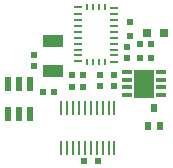
<source format=gtp>
G04*
G04 #@! TF.GenerationSoftware,Altium Limited,Altium Designer,20.0.13 (296)*
G04*
G04 Layer_Color=8421504*
%FSLAX25Y25*%
%MOIN*%
G70*
G01*
G75*
%ADD16R,0.02165X0.02165*%
%ADD17R,0.00984X0.04724*%
%ADD18R,0.02362X0.02441*%
%ADD19R,0.03347X0.01378*%
%ADD20R,0.06693X0.09646*%
%ADD21R,0.02441X0.02362*%
%ADD22R,0.03150X0.03150*%
%ADD23R,0.02165X0.02165*%
%ADD24R,0.02657X0.00984*%
%ADD25R,0.00984X0.02264*%
%ADD26R,0.07087X0.03937*%
%ADD27R,0.02362X0.04724*%
%ADD28R,0.01890X0.02539*%
D16*
X29700Y5500D02*
D03*
X34300D02*
D03*
X39800Y34000D02*
D03*
X35200D02*
D03*
Y30500D02*
D03*
X39800D02*
D03*
D17*
X39858Y23193D02*
D03*
Y9807D02*
D03*
X37890Y23193D02*
D03*
Y9807D02*
D03*
X35921Y23193D02*
D03*
Y9807D02*
D03*
X33953Y23193D02*
D03*
Y9807D02*
D03*
X31984Y23193D02*
D03*
Y9807D02*
D03*
X30016Y23193D02*
D03*
Y9807D02*
D03*
X28047Y23193D02*
D03*
Y9807D02*
D03*
X26079Y23193D02*
D03*
Y9807D02*
D03*
X24110Y23193D02*
D03*
Y9807D02*
D03*
X22142Y23193D02*
D03*
Y9807D02*
D03*
D18*
X16189Y28500D02*
D03*
X19811D02*
D03*
X25689Y34000D02*
D03*
X29311D02*
D03*
X25689Y30000D02*
D03*
X29311D02*
D03*
D19*
X44000Y35059D02*
D03*
Y32500D02*
D03*
Y29941D02*
D03*
Y27382D02*
D03*
X55417D02*
D03*
Y29941D02*
D03*
Y32500D02*
D03*
Y35059D02*
D03*
D20*
X49709Y31220D02*
D03*
D21*
X44000Y39689D02*
D03*
Y43311D02*
D03*
X13000Y37189D02*
D03*
Y40811D02*
D03*
D22*
X56453Y48000D02*
D03*
X50547D02*
D03*
D23*
X45000Y51800D02*
D03*
Y47200D02*
D03*
X52000Y39700D02*
D03*
Y44300D02*
D03*
X48500D02*
D03*
Y39700D02*
D03*
D24*
X27539Y38642D02*
D03*
X39843Y38394D02*
D03*
Y40610D02*
D03*
Y42579D02*
D03*
Y44547D02*
D03*
Y46516D02*
D03*
Y48484D02*
D03*
Y50453D02*
D03*
Y52421D02*
D03*
Y54390D02*
D03*
Y56410D02*
D03*
X27539Y56606D02*
D03*
Y54390D02*
D03*
Y52421D02*
D03*
Y50453D02*
D03*
Y48484D02*
D03*
Y46516D02*
D03*
Y44547D02*
D03*
Y42579D02*
D03*
Y40610D02*
D03*
D25*
X30736Y38394D02*
D03*
X32705D02*
D03*
X34673D02*
D03*
X36642D02*
D03*
Y56606D02*
D03*
X34673D02*
D03*
X32705D02*
D03*
X30736D02*
D03*
D26*
X19500Y45421D02*
D03*
Y35579D02*
D03*
D27*
X4260Y30921D02*
D03*
X8000D02*
D03*
X11740D02*
D03*
Y21079D02*
D03*
X8000D02*
D03*
X4260D02*
D03*
D28*
X51032Y17039D02*
D03*
X54969D02*
D03*
X53000Y22961D02*
D03*
M02*

</source>
